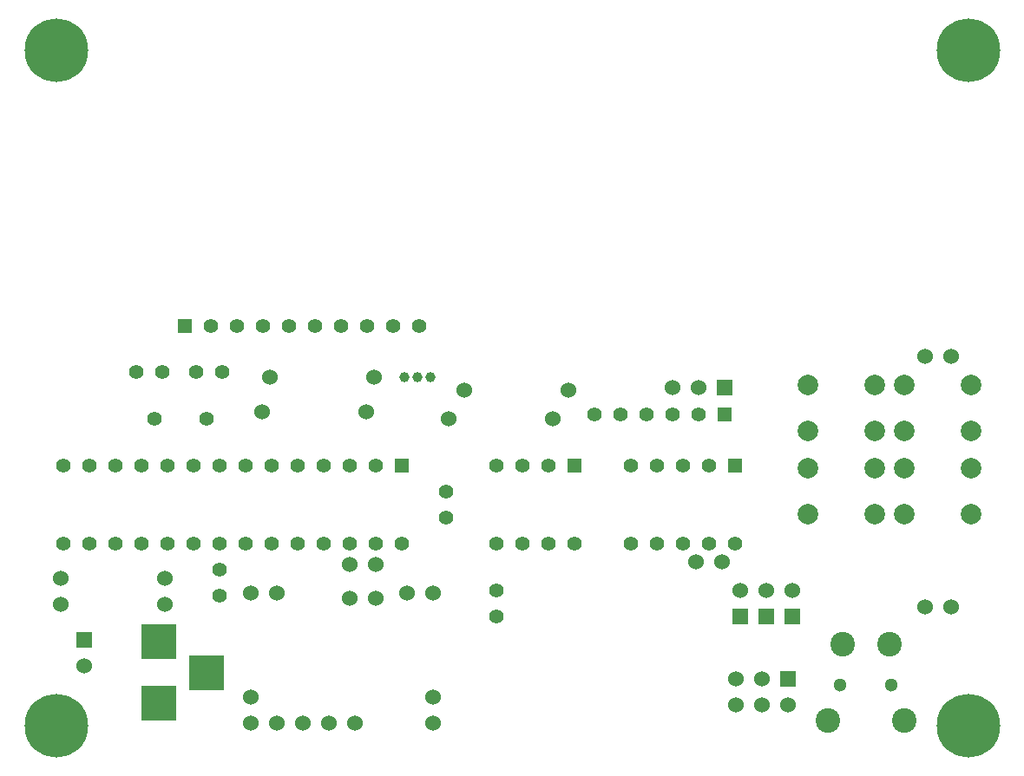
<source format=gts>
G04 (created by PCBNEW (2013-07-07 BZR 4022)-stable) date 2014/09/12 23:22:48*
%MOIN*%
G04 Gerber Fmt 3.4, Leading zero omitted, Abs format*
%FSLAX34Y34*%
G01*
G70*
G90*
G04 APERTURE LIST*
%ADD10C,0.00590551*%
%ADD11C,0.06*%
%ADD12R,0.055X0.055*%
%ADD13C,0.055*%
%ADD14R,0.06X0.06*%
%ADD15C,0.056*%
%ADD16R,0.1378X0.1378*%
%ADD17C,0.0787402*%
%ADD18C,0.0393701*%
%ADD19C,0.244094*%
%ADD20C,0.0944882*%
%ADD21C,0.0511811*%
G04 APERTURE END LIST*
G54D10*
G54D11*
X9827Y2867D03*
X9827Y3867D03*
X9827Y7867D03*
X10827Y2867D03*
X11827Y2867D03*
X12827Y2867D03*
X13827Y2867D03*
X16827Y2867D03*
X16827Y7867D03*
X15827Y7867D03*
X16827Y3867D03*
X10827Y7867D03*
G54D12*
X28027Y14717D03*
G54D13*
X27027Y14717D03*
X26027Y14717D03*
X25027Y14717D03*
X24027Y14717D03*
X23027Y14717D03*
G54D12*
X7311Y18110D03*
G54D13*
X8311Y18110D03*
X9311Y18110D03*
X10311Y18110D03*
X11311Y18110D03*
X12311Y18110D03*
X13311Y18110D03*
X14311Y18110D03*
X15311Y18110D03*
X16311Y18110D03*
G54D11*
X2527Y8417D03*
X6527Y8417D03*
X6527Y7417D03*
X2527Y7417D03*
X14277Y14817D03*
X10277Y14817D03*
X10577Y16167D03*
X14577Y16167D03*
X17427Y14567D03*
X21427Y14567D03*
X18027Y15667D03*
X22027Y15667D03*
G54D14*
X30477Y4567D03*
G54D11*
X30477Y3567D03*
X29477Y4567D03*
X29477Y3567D03*
X28477Y4567D03*
X28477Y3567D03*
G54D14*
X28027Y15767D03*
G54D11*
X27027Y15767D03*
X26027Y15767D03*
G54D14*
X3427Y6067D03*
G54D11*
X3427Y5067D03*
G54D14*
X30627Y6967D03*
G54D11*
X30627Y7967D03*
G54D14*
X29627Y6967D03*
G54D11*
X29627Y7967D03*
G54D14*
X28627Y6967D03*
G54D11*
X28627Y7967D03*
G54D15*
X6127Y14567D03*
X8127Y14567D03*
G54D12*
X22277Y12767D03*
G54D13*
X21277Y12767D03*
X20277Y12767D03*
X19277Y12767D03*
X19277Y9767D03*
X20277Y9767D03*
X21277Y9767D03*
X22277Y9767D03*
X14627Y12767D03*
X13627Y12767D03*
X12627Y12767D03*
X11627Y12767D03*
X10627Y12767D03*
X9627Y12767D03*
X8627Y12767D03*
X7627Y12767D03*
X6627Y12767D03*
X5627Y12767D03*
X4627Y12767D03*
X3627Y12767D03*
X2627Y12767D03*
G54D12*
X15627Y12767D03*
G54D13*
X2627Y9767D03*
X3627Y9767D03*
X4627Y9767D03*
X5627Y9767D03*
X6627Y9767D03*
X7627Y9767D03*
X8627Y9767D03*
X9627Y9767D03*
X10627Y9767D03*
X11627Y9767D03*
X12627Y9767D03*
X13627Y9767D03*
X14627Y9767D03*
X15627Y9767D03*
G54D12*
X28427Y12767D03*
G54D13*
X27427Y12767D03*
X26427Y12767D03*
X25427Y12767D03*
X24427Y12767D03*
X24427Y9767D03*
X25427Y9767D03*
X26427Y9767D03*
X27427Y9767D03*
X28427Y9767D03*
X8727Y16367D03*
X7727Y16367D03*
X5427Y16367D03*
X6427Y16367D03*
X8627Y7767D03*
X8627Y8767D03*
X19277Y6967D03*
X19277Y7967D03*
X17327Y10767D03*
X17327Y11767D03*
G54D16*
X6299Y5984D03*
X6299Y3622D03*
X8149Y4803D03*
G54D17*
X31248Y10881D03*
X31248Y12653D03*
X33807Y12653D03*
X33807Y10881D03*
X34948Y10881D03*
X34948Y12653D03*
X37507Y12653D03*
X37507Y10881D03*
X34948Y14081D03*
X34948Y15853D03*
X37507Y15853D03*
X37507Y14081D03*
X31248Y14081D03*
X31248Y15853D03*
X33807Y15853D03*
X33807Y14081D03*
G54D18*
X16227Y16167D03*
X15727Y16167D03*
X16727Y16167D03*
G54D19*
X2362Y28740D03*
X2362Y2755D03*
X37401Y28740D03*
X37401Y2755D03*
G54D20*
X32559Y5905D03*
X34370Y5905D03*
X32007Y2952D03*
X34921Y2952D03*
G54D21*
X34448Y4330D03*
X32480Y4330D03*
G54D11*
X35727Y16967D03*
X36727Y16967D03*
X36727Y7317D03*
X35727Y7317D03*
X13627Y7667D03*
X14627Y7667D03*
X13627Y8967D03*
X14627Y8967D03*
X27927Y9067D03*
X26927Y9067D03*
M02*

</source>
